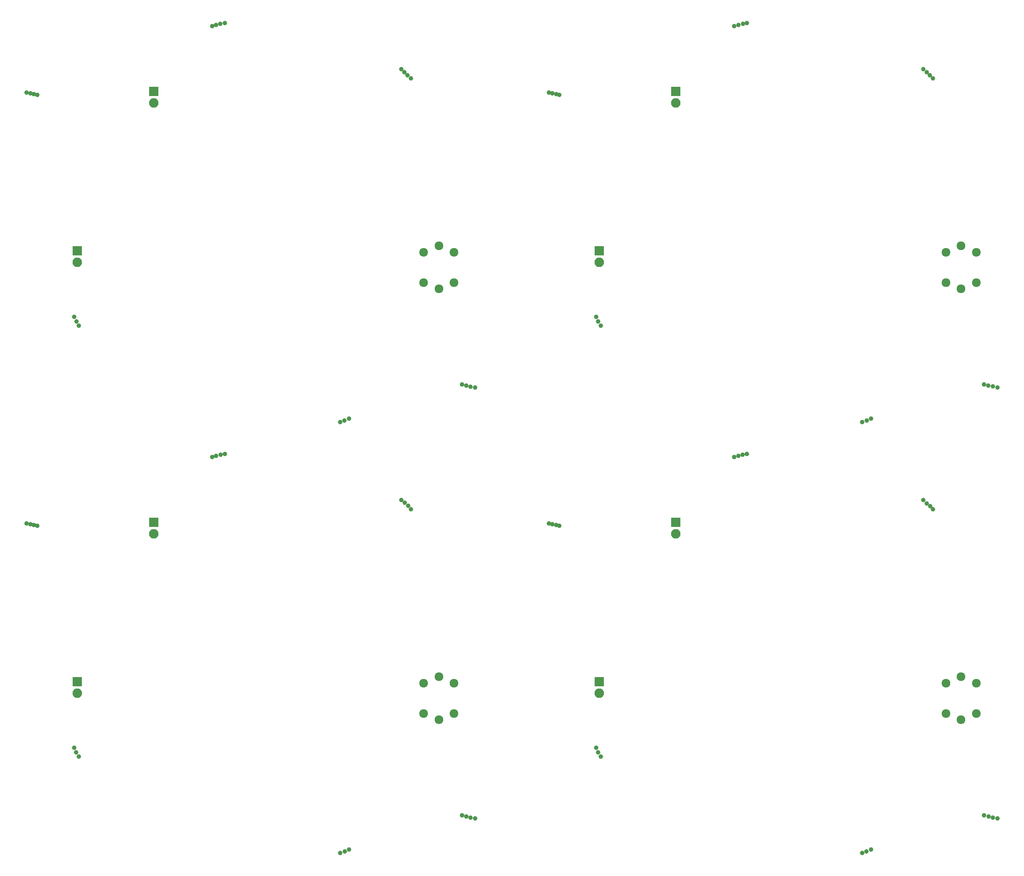
<source format=gbr>
G04 #@! TF.GenerationSoftware,KiCad,Pcbnew,(5.0.0-rc2-100-g6d77e594b)*
G04 #@! TF.CreationDate,2018-09-14T16:14:06+02:00*
G04 #@! TF.ProjectId,BruCON_0x0a,427275434F4E5F307830612E6B696361,rev?*
G04 #@! TF.SameCoordinates,Original*
G04 #@! TF.FileFunction,Soldermask,Bot*
G04 #@! TF.FilePolarity,Negative*
%FSLAX46Y46*%
G04 Gerber Fmt 4.6, Leading zero omitted, Abs format (unit mm)*
G04 Created by KiCad (PCBNEW (5.0.0-rc2-100-g6d77e594b)) date Fri Sep 14 16:14:06 2018*
%MOMM*%
%LPD*%
G01*
G04 APERTURE LIST*
%ADD10C,1.000000*%
%ADD11O,2.100000X2.100000*%
%ADD12R,2.100000X2.100000*%
%ADD13C,1.924000*%
G04 APERTURE END LIST*
D10*
G04 #@! TO.C,tmp_ref16*
X145450000Y-172000000D03*
G04 #@! TD*
G04 #@! TO.C,tmp_ref16*
X30450000Y-172000000D03*
G04 #@! TD*
G04 #@! TO.C,tmp_ref16*
X145450000Y-77000000D03*
G04 #@! TD*
G04 #@! TO.C,tmp_ref16*
X144450000Y-170000000D03*
G04 #@! TD*
G04 #@! TO.C,tmp_ref16*
X29450000Y-170000000D03*
G04 #@! TD*
G04 #@! TO.C,tmp_ref16*
X144450000Y-75000000D03*
G04 #@! TD*
G04 #@! TO.C,tmp_ref16*
X204000000Y-192850000D03*
G04 #@! TD*
G04 #@! TO.C,tmp_ref16*
X89050000Y-192850000D03*
G04 #@! TD*
G04 #@! TO.C,tmp_ref16*
X136350000Y-121100000D03*
G04 #@! TD*
G04 #@! TO.C,tmp_ref16*
X21350000Y-121100000D03*
G04 #@! TD*
G04 #@! TO.C,tmp_ref16*
X136350000Y-26100000D03*
G04 #@! TD*
G04 #@! TO.C,tmp_ref16*
X205000000Y-192450000D03*
G04 #@! TD*
G04 #@! TO.C,tmp_ref16*
X90000000Y-192450000D03*
G04 #@! TD*
G04 #@! TO.C,tmp_ref16*
X205000000Y-97450000D03*
G04 #@! TD*
G04 #@! TO.C,tmp_ref16*
X230850000Y-185200000D03*
G04 #@! TD*
G04 #@! TO.C,tmp_ref16*
X115850000Y-185200000D03*
G04 #@! TD*
G04 #@! TO.C,tmp_ref16*
X230800000Y-90150000D03*
G04 #@! TD*
G04 #@! TO.C,tmp_ref16*
X144900000Y-171000000D03*
G04 #@! TD*
G04 #@! TO.C,tmp_ref16*
X29900000Y-171000000D03*
G04 #@! TD*
G04 #@! TO.C,tmp_ref16*
X144850000Y-76050000D03*
G04 #@! TD*
G04 #@! TO.C,tmp_ref16*
X176700000Y-105450000D03*
G04 #@! TD*
G04 #@! TO.C,tmp_ref16*
X61700000Y-105450000D03*
G04 #@! TD*
G04 #@! TO.C,tmp_ref16*
X176750000Y-10450000D03*
G04 #@! TD*
G04 #@! TO.C,tmp_ref16*
X134000000Y-120550000D03*
G04 #@! TD*
G04 #@! TO.C,tmp_ref16*
X19000000Y-120550000D03*
G04 #@! TD*
G04 #@! TO.C,tmp_ref16*
X134000000Y-25550000D03*
G04 #@! TD*
G04 #@! TO.C,tmp_ref16*
X218650000Y-117450000D03*
G04 #@! TD*
G04 #@! TO.C,tmp_ref16*
X103650000Y-117450000D03*
G04 #@! TD*
G04 #@! TO.C,tmp_ref16*
X218650000Y-22450000D03*
G04 #@! TD*
D11*
G04 #@! TO.C,J3*
X145160000Y-158030000D03*
D12*
X145160000Y-155490000D03*
G04 #@! TD*
D11*
G04 #@! TO.C,J3*
X30160000Y-158030000D03*
D12*
X30160000Y-155490000D03*
G04 #@! TD*
D11*
G04 #@! TO.C,J3*
X145160000Y-63030000D03*
D12*
X145160000Y-60490000D03*
G04 #@! TD*
D10*
G04 #@! TO.C,tmp_ref16*
X231800000Y-185400000D03*
G04 #@! TD*
G04 #@! TO.C,tmp_ref16*
X116800000Y-185450000D03*
G04 #@! TD*
G04 #@! TO.C,tmp_ref16*
X231800000Y-90350000D03*
G04 #@! TD*
G04 #@! TO.C,tmp_ref16*
X134800000Y-120750000D03*
G04 #@! TD*
G04 #@! TO.C,tmp_ref16*
X19800000Y-120750000D03*
G04 #@! TD*
G04 #@! TO.C,tmp_ref16*
X134800000Y-25750000D03*
G04 #@! TD*
G04 #@! TO.C,tmp_ref16*
X216500000Y-115450000D03*
G04 #@! TD*
G04 #@! TO.C,tmp_ref16*
X101500000Y-115450000D03*
G04 #@! TD*
G04 #@! TO.C,tmp_ref16*
X216500000Y-20450000D03*
G04 #@! TD*
G04 #@! TO.C,tmp_ref16*
X175750000Y-105700000D03*
G04 #@! TD*
G04 #@! TO.C,tmp_ref16*
X60750000Y-105700000D03*
G04 #@! TD*
G04 #@! TO.C,tmp_ref16*
X175800000Y-10700000D03*
G04 #@! TD*
G04 #@! TO.C,tmp_ref16*
X174850000Y-105900000D03*
G04 #@! TD*
G04 #@! TO.C,tmp_ref16*
X59850000Y-105900000D03*
G04 #@! TD*
G04 #@! TO.C,tmp_ref16*
X174850000Y-10900000D03*
G04 #@! TD*
G04 #@! TO.C,tmp_ref16*
X135600000Y-120950000D03*
G04 #@! TD*
G04 #@! TO.C,tmp_ref16*
X20600000Y-120950000D03*
G04 #@! TD*
G04 #@! TO.C,tmp_ref16*
X135600000Y-25950000D03*
G04 #@! TD*
G04 #@! TO.C,tmp_ref16*
X217300000Y-116150000D03*
G04 #@! TD*
G04 #@! TO.C,tmp_ref16*
X102250000Y-116000000D03*
G04 #@! TD*
G04 #@! TO.C,tmp_ref16*
X217250000Y-21100000D03*
G04 #@! TD*
D13*
G04 #@! TO.C,U6*
X224810000Y-163859800D03*
X224810000Y-154360200D03*
X228157720Y-162457720D03*
X221462280Y-162457720D03*
X228157720Y-155762280D03*
X221462280Y-155762280D03*
G04 #@! TD*
G04 #@! TO.C,U6*
X109810000Y-163859800D03*
X109810000Y-154360200D03*
X113157720Y-162457720D03*
X106462280Y-162457720D03*
X113157720Y-155762280D03*
X106462280Y-155762280D03*
G04 #@! TD*
G04 #@! TO.C,U6*
X224810000Y-68859800D03*
X224810000Y-59360200D03*
X228157720Y-67457720D03*
X221462280Y-67457720D03*
X228157720Y-60762280D03*
X221462280Y-60762280D03*
G04 #@! TD*
D12*
G04 #@! TO.C,CONN_BATT1*
X161990000Y-120350000D03*
D11*
X161990000Y-122890000D03*
G04 #@! TD*
D12*
G04 #@! TO.C,CONN_BATT1*
X46990000Y-120350000D03*
D11*
X46990000Y-122890000D03*
G04 #@! TD*
D12*
G04 #@! TO.C,CONN_BATT1*
X161990000Y-25350000D03*
D11*
X161990000Y-27890000D03*
G04 #@! TD*
D10*
G04 #@! TO.C,tmp_ref16*
X204050000Y-97900000D03*
G04 #@! TD*
G04 #@! TO.C,tmp_ref16*
X229900000Y-184950000D03*
G04 #@! TD*
G04 #@! TO.C,tmp_ref16*
X114900000Y-184950000D03*
G04 #@! TD*
G04 #@! TO.C,tmp_ref16*
X229900000Y-89950000D03*
G04 #@! TD*
G04 #@! TO.C,tmp_ref16*
X203050000Y-193200000D03*
G04 #@! TD*
G04 #@! TO.C,tmp_ref16*
X88050000Y-193200000D03*
G04 #@! TD*
G04 #@! TO.C,tmp_ref16*
X203050000Y-98200000D03*
G04 #@! TD*
G04 #@! TO.C,tmp_ref16*
X177650000Y-105250000D03*
G04 #@! TD*
G04 #@! TO.C,tmp_ref16*
X62650000Y-105250000D03*
G04 #@! TD*
G04 #@! TO.C,tmp_ref16*
X177650000Y-10250000D03*
G04 #@! TD*
G04 #@! TO.C,tmp_ref16*
X218000000Y-116750000D03*
G04 #@! TD*
G04 #@! TO.C,tmp_ref16*
X103050000Y-116650000D03*
G04 #@! TD*
G04 #@! TO.C,tmp_ref16*
X217950000Y-21750000D03*
G04 #@! TD*
G04 #@! TO.C,tmp_ref16*
X232800000Y-185600000D03*
G04 #@! TD*
G04 #@! TO.C,tmp_ref16*
X117800000Y-185600000D03*
G04 #@! TD*
G04 #@! TO.C,tmp_ref16*
X232800000Y-90600000D03*
G04 #@! TD*
G04 #@! TO.C,tmp_ref16*
X29950000Y-76050000D03*
G04 #@! TD*
G04 #@! TO.C,tmp_ref16*
X29450000Y-75000000D03*
G04 #@! TD*
G04 #@! TO.C,tmp_ref16*
X30450000Y-77000000D03*
G04 #@! TD*
G04 #@! TO.C,tmp_ref16*
X90000000Y-97450000D03*
G04 #@! TD*
G04 #@! TO.C,tmp_ref16*
X89000000Y-97850000D03*
G04 #@! TD*
G04 #@! TO.C,tmp_ref16*
X88050000Y-98200000D03*
G04 #@! TD*
G04 #@! TO.C,tmp_ref16*
X114900000Y-89950000D03*
G04 #@! TD*
G04 #@! TO.C,tmp_ref16*
X117800000Y-90600000D03*
G04 #@! TD*
G04 #@! TO.C,tmp_ref16*
X116800000Y-90400000D03*
G04 #@! TD*
G04 #@! TO.C,tmp_ref16*
X115800000Y-90150000D03*
G04 #@! TD*
G04 #@! TO.C,tmp_ref16*
X102900000Y-21750000D03*
G04 #@! TD*
G04 #@! TO.C,tmp_ref16*
X102200000Y-21100000D03*
G04 #@! TD*
G04 #@! TO.C,tmp_ref16*
X101500000Y-20450000D03*
G04 #@! TD*
G04 #@! TO.C,tmp_ref16*
X103650000Y-22450000D03*
G04 #@! TD*
G04 #@! TO.C,tmp_ref16*
X60700000Y-10700000D03*
G04 #@! TD*
G04 #@! TO.C,tmp_ref16*
X62650000Y-10250000D03*
G04 #@! TD*
G04 #@! TO.C,tmp_ref16*
X59850000Y-10900000D03*
G04 #@! TD*
G04 #@! TO.C,tmp_ref16*
X61650000Y-10450000D03*
G04 #@! TD*
G04 #@! TO.C,tmp_ref16*
X21350000Y-26100000D03*
G04 #@! TD*
G04 #@! TO.C,tmp_ref16*
X20600000Y-25950000D03*
G04 #@! TD*
G04 #@! TO.C,tmp_ref16*
X19800000Y-25750000D03*
G04 #@! TD*
D13*
G04 #@! TO.C,U6*
X106462280Y-60762280D03*
X113157720Y-60762280D03*
X106462280Y-67457720D03*
X113157720Y-67457720D03*
X109810000Y-59360200D03*
X109810000Y-68859800D03*
G04 #@! TD*
D12*
G04 #@! TO.C,J3*
X30160000Y-60490000D03*
D11*
X30160000Y-63030000D03*
G04 #@! TD*
G04 #@! TO.C,CONN_BATT1*
X46990000Y-27890000D03*
D12*
X46990000Y-25350000D03*
G04 #@! TD*
D10*
G04 #@! TO.C,tmp_ref16*
X19000000Y-25550000D03*
G04 #@! TD*
M02*

</source>
